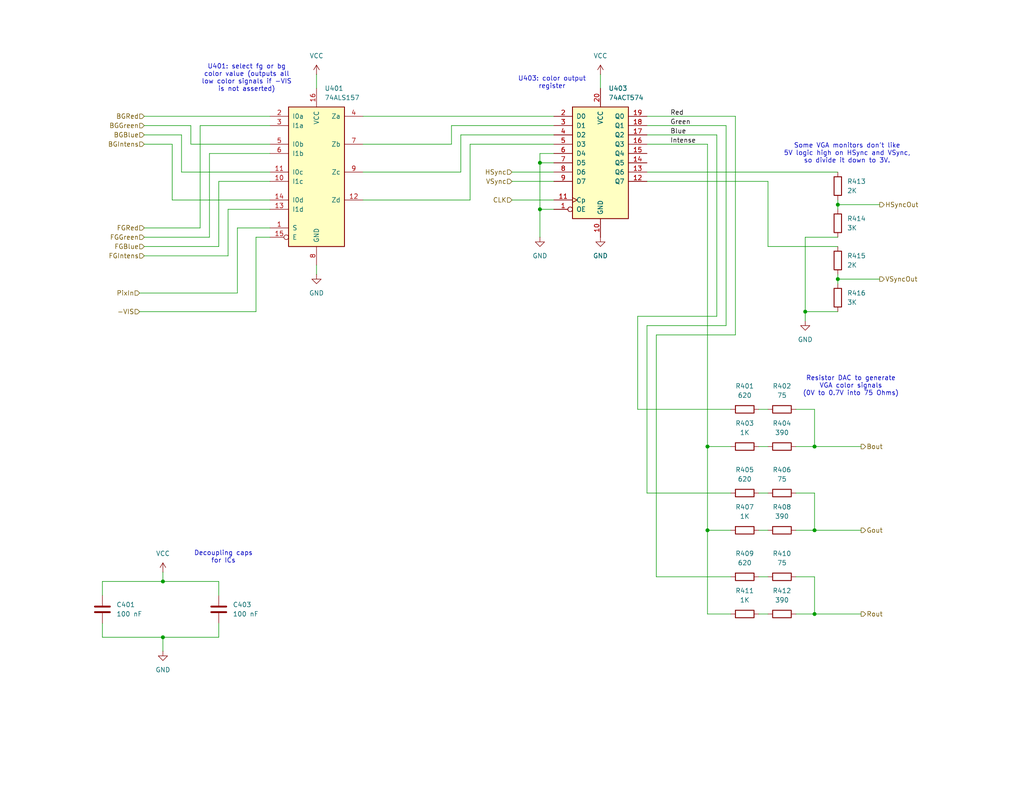
<source format=kicad_sch>
(kicad_sch (version 20231120) (generator "eeschema") (generator_version "8.0")
  (paper "USLetter")
  (title_block (title "Output") (company "daveho hacks"))
  (lib_symbols
    (symbol "74xx:74LS157" (pin_names (offset 1.016))
      (property "Reference" "U" (at -7.62 19.05 0))
      (property "Value" "74LS157" (at -7.62 -21.59 0))
      (symbol "74LS157_1_0"
        (pin input line (at -12.7 -15.24 0) (length 5.08) (name "S") (number "1"))
        (pin input line (at -12.7 -2.54 0) (length 5.08) (name "I1c") (number "10"))
        (pin input line (at -12.7 0 0) (length 5.08) (name "I0c") (number "11"))
        (pin output line (at 12.7 -7.62 180) (length 5.08) (name "Zd") (number "12"))
        (pin input line (at -12.7 -10.16 0) (length 5.08) (name "I1d") (number "13"))
        (pin input line (at -12.7 -7.62 0) (length 5.08) (name "I0d") (number "14"))
        (pin input inverted (at -12.7 -17.78 0) (length 5.08) (name "E") (number "15"))
        (pin power_in line (at 0 22.86 270) (length 5.08) (name "VCC") (number "16"))
        (pin input line (at -12.7 15.24 0) (length 5.08) (name "I0a") (number "2"))
        (pin input line (at -12.7 12.7 0) (length 5.08) (name "I1a") (number "3"))
        (pin output line (at 12.7 15.24 180) (length 5.08) (name "Za") (number "4"))
        (pin input line (at -12.7 7.62 0) (length 5.08) (name "I0b") (number "5"))
        (pin input line (at -12.7 5.08 0) (length 5.08) (name "I1b") (number "6"))
        (pin output line (at 12.7 7.62 180) (length 5.08) (name "Zb") (number "7"))
        (pin power_in line (at 0 -25.4 90) (length 5.08) (name "GND") (number "8"))
        (pin output line (at 12.7 0 180) (length 5.08) (name "Zc") (number "9"))
      )
      (symbol "74LS157_1_1"
        (rectangle (start -7.62 17.78) (end 7.62 -20.32) (stroke (width 0.254)) (fill (type background)))
      )
    )
    (symbol "74xx:74LS574" (pin_names (offset 1.016))
      (property "Reference" "U" (at -7.62 16.51 0))
      (property "Value" "74LS574" (at -7.62 -16.51 0))
      (symbol "74LS574_1_0"
        (pin input inverted (at -12.7 -12.7 0) (length 5.08) (name "OE") (number "1"))
        (pin power_in line (at 0 -20.32 90) (length 5.08) (name "GND") (number "10"))
        (pin input clock (at -12.7 -10.16 0) (length 5.08) (name "Cp") (number "11"))
        (pin tri_state line (at 12.7 -5.08 180) (length 5.08) (name "Q7") (number "12"))
        (pin tri_state line (at 12.7 -2.54 180) (length 5.08) (name "Q6") (number "13"))
        (pin tri_state line (at 12.7 0 180) (length 5.08) (name "Q5") (number "14"))
        (pin tri_state line (at 12.7 2.54 180) (length 5.08) (name "Q4") (number "15"))
        (pin tri_state line (at 12.7 5.08 180) (length 5.08) (name "Q3") (number "16"))
        (pin tri_state line (at 12.7 7.62 180) (length 5.08) (name "Q2") (number "17"))
        (pin tri_state line (at 12.7 10.16 180) (length 5.08) (name "Q1") (number "18"))
        (pin tri_state line (at 12.7 12.7 180) (length 5.08) (name "Q0") (number "19"))
        (pin input line (at -12.7 12.7 0) (length 5.08) (name "D0") (number "2"))
        (pin power_in line (at 0 20.32 270) (length 5.08) (name "VCC") (number "20"))
        (pin input line (at -12.7 10.16 0) (length 5.08) (name "D1") (number "3"))
        (pin input line (at -12.7 7.62 0) (length 5.08) (name "D2") (number "4"))
        (pin input line (at -12.7 5.08 0) (length 5.08) (name "D3") (number "5"))
        (pin input line (at -12.7 2.54 0) (length 5.08) (name "D4") (number "6"))
        (pin input line (at -12.7 0 0) (length 5.08) (name "D5") (number "7"))
        (pin input line (at -12.7 -2.54 0) (length 5.08) (name "D6") (number "8"))
        (pin input line (at -12.7 -5.08 0) (length 5.08) (name "D7") (number "9"))
      )
      (symbol "74LS574_1_1"
        (rectangle (start -7.62 15.24) (end 7.62 -15.24) (stroke (width 0.254)) (fill (type background)))
      )
    )
    (symbol "Device:C" (pin_numbers hide) (pin_names (offset 0.254))
      (property "Reference" "C" (at 0.635 2.54 0))
      (property "Value" "C" (at 0.635 -2.54 0))
      (symbol "C_0_1"
        (polyline (pts (xy -2.032 -0.762) (xy 2.032 -0.762)) (stroke (width 0.508)))
        (polyline (pts (xy -2.032 0.762) (xy 2.032 0.762)) (stroke (width 0.508)))
      )
      (symbol "C_1_1"
        (pin passive line (at 0 3.81 270) (length 2.794) (name "~") (number "1"))
        (pin passive line (at 0 -3.81 90) (length 2.794) (name "~") (number "2"))
      )
    )
    (symbol "Device:R" (pin_numbers hide) (pin_names (offset 0))
      (property "Reference" "R" (at 2.032 0 90))
      (property "Value" "R" (at 0 0 90))
      (symbol "R_0_1"
        (rectangle (start -1.016 -2.54) (end 1.016 2.54) (stroke (width 0.254)))
      )
      (symbol "R_1_1"
        (pin passive line (at 0 3.81 270) (length 1.27) (name "~") (number "1"))
        (pin passive line (at 0 -3.81 90) (length 1.27) (name "~") (number "2"))
      )
    )
    (symbol "power:GND" (power) (pin_numbers hide) (pin_names (offset 0) hide)
      (property "Value" "GND" (at 0 -3.81 0))
      (symbol "GND_0_1"
        (polyline (pts (xy 0 0) (xy 0 -1.27) (xy 1.27 -1.27) (xy 0 -2.54) (xy -1.27 -1.27) (xy 0 -1.27)))
      )
      (symbol "GND_1_1"
        (pin power_in line (at 0 0 270) (length 0) (name "~") (number "1"))
      )
    )
    (symbol "power:VCC" (power) (pin_numbers hide) (pin_names (offset 0) hide)
      (property "Value" "VCC" (at 0 3.556 0))
      (symbol "VCC_0_1"
        (polyline (pts (xy -0.762 1.27) (xy 0 2.54)))
        (polyline (pts (xy 0 0) (xy 0 2.54)))
        (polyline (pts (xy 0 2.54) (xy 0.762 1.27)))
      )
      (symbol "VCC_1_1"
        (pin power_in line (at 0 0 90) (length 0) (name "~") (number "1"))
      )
    )
  )
  (junction (at 222.25 121.92))
  (junction (at 228.6 76.2))
  (junction (at 44.45 173.99))
  (junction (at 193.04 144.78))
  (junction (at 44.45 158.75))
  (junction (at 219.71 85.09))
  (junction (at 222.25 144.78))
  (junction (at 193.04 121.92))
  (junction (at 147.32 44.45))
  (junction (at 222.25 167.64))
  (junction (at 228.6 55.88))
  (junction (at 147.32 57.15))
  (wire (pts (xy 176.53 49.53) (xy 209.55 49.53)))
  (wire (pts (xy 151.13 34.29) (xy 123.19 34.29)))
  (wire (pts (xy 222.25 157.48) (xy 222.25 167.64)))
  (wire (pts (xy 99.06 46.99) (xy 125.73 46.99)))
  (wire (pts (xy 38.1 80.01) (xy 64.77 80.01)))
  (wire (pts (xy 198.12 88.9) (xy 176.53 88.9)))
  (wire (pts (xy 39.37 39.37) (xy 46.99 39.37)))
  (wire (pts (xy 46.99 54.61) (xy 73.66 54.61)))
  (wire (pts (xy 228.6 76.2) (xy 240.03 76.2)))
  (wire (pts (xy 228.6 64.77) (xy 219.71 64.77)))
  (wire (pts (xy 27.94 170.18) (xy 27.94 173.99)))
  (wire (pts (xy 179.07 157.48) (xy 199.39 157.48)))
  (wire (pts (xy 69.85 64.77) (xy 73.66 64.77)))
  (wire (pts (xy 176.53 31.75) (xy 200.66 31.75)))
  (wire (pts (xy 123.19 34.29) (xy 123.19 39.37)))
  (wire (pts (xy 86.36 72.39) (xy 86.36 74.93)))
  (wire (pts (xy 207.01 134.62) (xy 209.55 134.62)))
  (wire (pts (xy 86.36 20.32) (xy 86.36 24.13)))
  (wire (pts (xy 147.32 41.91) (xy 147.32 44.45)))
  (wire (pts (xy 176.53 46.99) (xy 228.6 46.99)))
  (wire (pts (xy 46.99 39.37) (xy 46.99 54.61)))
  (wire (pts (xy 39.37 31.75) (xy 73.66 31.75)))
  (wire (pts (xy 64.77 62.23) (xy 73.66 62.23)))
  (wire (pts (xy 151.13 39.37) (xy 128.27 39.37)))
  (wire (pts (xy 39.37 34.29) (xy 52.07 34.29)))
  (wire (pts (xy 59.69 170.18) (xy 59.69 173.99)))
  (wire (pts (xy 173.99 111.76) (xy 199.39 111.76)))
  (wire (pts (xy 228.6 55.88) (xy 228.6 57.15)))
  (wire (pts (xy 59.69 158.75) (xy 44.45 158.75)))
  (wire (pts (xy 207.01 157.48) (xy 209.55 157.48)))
  (wire (pts (xy 217.17 144.78) (xy 222.25 144.78)))
  (wire (pts (xy 52.07 39.37) (xy 73.66 39.37)))
  (wire (pts (xy 139.7 46.99) (xy 151.13 46.99)))
  (wire (pts (xy 163.83 20.32) (xy 163.83 24.13)))
  (wire (pts (xy 193.04 39.37) (xy 193.04 121.92)))
  (wire (pts (xy 49.53 46.99) (xy 73.66 46.99)))
  (wire (pts (xy 217.17 121.92) (xy 222.25 121.92)))
  (wire (pts (xy 44.45 156.21) (xy 44.45 158.75)))
  (wire (pts (xy 195.58 86.36) (xy 173.99 86.36)))
  (wire (pts (xy 176.53 134.62) (xy 199.39 134.62)))
  (wire (pts (xy 219.71 64.77) (xy 219.71 85.09)))
  (wire (pts (xy 49.53 36.83) (xy 49.53 46.99)))
  (wire (pts (xy 176.53 88.9) (xy 176.53 134.62)))
  (wire (pts (xy 62.23 69.85) (xy 62.23 57.15)))
  (wire (pts (xy 69.85 64.77) (xy 69.85 85.09)))
  (wire (pts (xy 27.94 158.75) (xy 44.45 158.75)))
  (wire (pts (xy 52.07 34.29) (xy 52.07 39.37)))
  (wire (pts (xy 139.7 54.61) (xy 151.13 54.61)))
  (wire (pts (xy 219.71 85.09) (xy 219.71 87.63)))
  (wire (pts (xy 99.06 31.75) (xy 151.13 31.75)))
  (wire (pts (xy 151.13 36.83) (xy 125.73 36.83)))
  (wire (pts (xy 222.25 111.76) (xy 222.25 121.92)))
  (wire (pts (xy 39.37 67.31) (xy 59.69 67.31)))
  (wire (pts (xy 217.17 134.62) (xy 222.25 134.62)))
  (wire (pts (xy 176.53 34.29) (xy 198.12 34.29)))
  (wire (pts (xy 200.66 91.44) (xy 179.07 91.44)))
  (wire (pts (xy 228.6 55.88) (xy 240.03 55.88)))
  (wire (pts (xy 217.17 167.64) (xy 222.25 167.64)))
  (wire (pts (xy 39.37 69.85) (xy 62.23 69.85)))
  (wire (pts (xy 64.77 80.01) (xy 64.77 62.23)))
  (wire (pts (xy 39.37 36.83) (xy 49.53 36.83)))
  (wire (pts (xy 222.25 167.64) (xy 234.95 167.64)))
  (wire (pts (xy 147.32 44.45) (xy 151.13 44.45)))
  (wire (pts (xy 39.37 64.77) (xy 57.15 64.77)))
  (wire (pts (xy 173.99 86.36) (xy 173.99 111.76)))
  (wire (pts (xy 193.04 144.78) (xy 193.04 167.64)))
  (wire (pts (xy 54.61 62.23) (xy 54.61 34.29)))
  (wire (pts (xy 207.01 167.64) (xy 209.55 167.64)))
  (wire (pts (xy 27.94 173.99) (xy 44.45 173.99)))
  (wire (pts (xy 228.6 76.2) (xy 228.6 77.47)))
  (wire (pts (xy 228.6 74.93) (xy 228.6 76.2)))
  (wire (pts (xy 147.32 44.45) (xy 147.32 57.15)))
  (wire (pts (xy 193.04 121.92) (xy 199.39 121.92)))
  (wire (pts (xy 228.6 54.61) (xy 228.6 55.88)))
  (wire (pts (xy 139.7 49.53) (xy 151.13 49.53)))
  (wire (pts (xy 57.15 41.91) (xy 73.66 41.91)))
  (wire (pts (xy 151.13 41.91) (xy 147.32 41.91)))
  (wire (pts (xy 125.73 36.83) (xy 125.73 46.99)))
  (wire (pts (xy 128.27 39.37) (xy 128.27 54.61)))
  (wire (pts (xy 228.6 67.31) (xy 209.55 67.31)))
  (wire (pts (xy 57.15 64.77) (xy 57.15 41.91)))
  (wire (pts (xy 193.04 144.78) (xy 199.39 144.78)))
  (wire (pts (xy 99.06 54.61) (xy 128.27 54.61)))
  (wire (pts (xy 38.1 85.09) (xy 69.85 85.09)))
  (wire (pts (xy 59.69 162.56) (xy 59.69 158.75)))
  (wire (pts (xy 207.01 121.92) (xy 209.55 121.92)))
  (wire (pts (xy 179.07 91.44) (xy 179.07 157.48)))
  (wire (pts (xy 54.61 34.29) (xy 73.66 34.29)))
  (wire (pts (xy 199.39 167.64) (xy 193.04 167.64)))
  (wire (pts (xy 222.25 134.62) (xy 222.25 144.78)))
  (wire (pts (xy 200.66 31.75) (xy 200.66 91.44)))
  (wire (pts (xy 176.53 36.83) (xy 195.58 36.83)))
  (wire (pts (xy 217.17 157.48) (xy 222.25 157.48)))
  (wire (pts (xy 59.69 49.53) (xy 73.66 49.53)))
  (wire (pts (xy 151.13 57.15) (xy 147.32 57.15)))
  (wire (pts (xy 62.23 57.15) (xy 73.66 57.15)))
  (wire (pts (xy 222.25 144.78) (xy 234.95 144.78)))
  (wire (pts (xy 222.25 121.92) (xy 234.95 121.92)))
  (wire (pts (xy 195.58 36.83) (xy 195.58 86.36)))
  (wire (pts (xy 44.45 173.99) (xy 44.45 177.8)))
  (wire (pts (xy 147.32 57.15) (xy 147.32 64.77)))
  (wire (pts (xy 209.55 67.31) (xy 209.55 49.53)))
  (wire (pts (xy 39.37 62.23) (xy 54.61 62.23)))
  (wire (pts (xy 207.01 111.76) (xy 209.55 111.76)))
  (wire (pts (xy 99.06 39.37) (xy 123.19 39.37)))
  (wire (pts (xy 176.53 39.37) (xy 193.04 39.37)))
  (wire (pts (xy 27.94 158.75) (xy 27.94 162.56)))
  (wire (pts (xy 193.04 121.92) (xy 193.04 144.78)))
  (wire (pts (xy 59.69 67.31) (xy 59.69 49.53)))
  (wire (pts (xy 44.45 173.99) (xy 59.69 173.99)))
  (wire (pts (xy 217.17 111.76) (xy 222.25 111.76)))
  (wire (pts (xy 198.12 34.29) (xy 198.12 88.9)))
  (wire (pts (xy 219.71 85.09) (xy 228.6 85.09)))
  (wire (pts (xy 207.01 144.78) (xy 209.55 144.78)))
  (text "U403: color output\nregister" (at 150.622 22.606 0) (effects (font (size 1.27 1.27))))
  (text "Resistor DAC to generate\nVGA color signals\n(0V to 0.7V into 75 Ohms)" (at 232.156 105.41 0) (effects (font (size 1.27 1.27))))
  (text "Decoupling caps\nfor ICs" (at 60.96 152.146 0) (effects (font (size 1.27 1.27))))
  (text "U401: select fg or bg\ncolor value (outputs all\nlow color signals if -VIS\nis not asserted)" (at 67.31 21.336 0) (effects (font (size 1.27 1.27))))
  (text "Some VGA monitors don't like\n5V logic high on HSync and VSync,\nso divide it down to 3V." (at 231.14 41.91 0) (effects (font (size 1.27 1.27))))
  (label "Red" (at 182.88 31.75 0))
  (label "Blue" (at 182.88 36.83 0))
  (label "Intense" (at 182.88 39.37 0))
  (label "Green" (at 182.88 34.29 0))
  (hierarchical_label "-VIS" (shape input) (at 38.1 85.09 180))
  (hierarchical_label "FGRed" (shape input) (at 39.37 62.23 180))
  (hierarchical_label "Gout" (shape output) (at 234.95 144.78 0))
  (hierarchical_label "BGRed" (shape input) (at 39.37 31.75 180))
  (hierarchical_label "BGIntens" (shape input) (at 39.37 39.37 180))
  (hierarchical_label "FGBlue" (shape input) (at 39.37 67.31 180))
  (hierarchical_label "HSync" (shape input) (at 139.7 46.99 180))
  (hierarchical_label "VSyncOut" (shape output) (at 240.03 76.2 0))
  (hierarchical_label "HSyncOut" (shape output) (at 240.03 55.88 0))
  (hierarchical_label "FGIntens" (shape input) (at 39.37 69.85 180))
  (hierarchical_label "Rout" (shape output) (at 234.95 167.64 0))
  (hierarchical_label "PixIn" (shape input) (at 38.1 80.01 180))
  (hierarchical_label "BGGreen" (shape input) (at 39.37 34.29 180))
  (hierarchical_label "FGGreen" (shape input) (at 39.37 64.77 180))
  (hierarchical_label "Bout" (shape output) (at 234.95 121.92 0))
  (hierarchical_label "BGBlue" (shape input) (at 39.37 36.83 180))
  (hierarchical_label "CLK" (shape input) (at 139.7 54.61 180))
  (hierarchical_label "VSync" (shape input) (at 139.7 49.53 180))
  (symbol (lib_id "Device:R") (at 203.2 134.62 270) (unit 1)
    (property "Reference" "R405" (at 203.2 128.27 90))
    (property "Value" "620" (at 203.2 130.81 90))
    (property "Description" "Resistor" (effects (hide yes)))
  )
  (symbol (lib_id "Device:R") (at 203.2 144.78 90) (unit 1)
    (property "Reference" "R407" (at 203.2 138.43 90))
    (property "Value" "1K" (at 203.2 140.97 90))
    (property "Description" "Resistor" (effects (hide yes)))
  )
  (symbol (lib_id "power:GND") (at 44.45 177.8 0) (unit 1)
    (property "Reference" "#PWR046" (effects (hide yes)))
    (property "Value" "GND" (at 44.45 182.88 0))
    (property "Description" "Power symbol creates a global label with name \"GND\" , ground" (effects (hide yes)))
  )
  (symbol (lib_id "Device:R") (at 203.2 121.92 90) (unit 1)
    (property "Reference" "R403" (at 203.2 115.57 90))
    (property "Value" "1K" (at 203.2 118.11 90))
    (property "Description" "Resistor" (effects (hide yes)))
  )
  (symbol (lib_id "Device:R") (at 213.36 144.78 90) (unit 1)
    (property "Reference" "R408" (at 213.36 138.43 90))
    (property "Value" "390" (at 213.36 140.97 90))
    (property "Description" "Resistor" (effects (hide yes)))
  )
  (symbol (lib_id "Device:R") (at 203.2 111.76 270) (unit 1)
    (property "Reference" "R401" (at 203.2 105.41 90))
    (property "Value" "620" (at 203.2 107.95 90))
    (property "Description" "Resistor" (effects (hide yes)))
  )
  (symbol (lib_id "power:VCC") (at 163.83 20.32 0) (unit 1)
    (property "Reference" "#PWR090" (effects (hide yes)))
    (property "Value" "VCC" (at 163.83 15.24 0))
    (property "Description" "Power symbol creates a global label with name \"VCC\"" (effects (hide yes)))
  )
  (symbol (lib_id "Device:R") (at 213.36 157.48 270) (unit 1)
    (property "Reference" "R410" (at 213.36 151.13 90))
    (property "Value" "75" (at 213.36 153.67 90))
    (property "Description" "Resistor" (effects (hide yes)))
  )
  (symbol (lib_id "Device:R") (at 213.36 111.76 270) (unit 1)
    (property "Reference" "R402" (at 213.36 105.41 90))
    (property "Value" "75" (at 213.36 107.95 90))
    (property "Description" "Resistor" (effects (hide yes)))
  )
  (symbol (lib_id "Device:R") (at 213.36 134.62 270) (unit 1)
    (property "Reference" "R406" (at 213.36 128.27 90))
    (property "Value" "75" (at 213.36 130.81 90))
    (property "Description" "Resistor" (effects (hide yes)))
  )
  (symbol (lib_id "74xx:74LS574") (at 163.83 44.45 0) (unit 1)
    (property "Reference" "U403" (at 166.0241 24.13 0) (effects (justify left)))
    (property "Value" "74ACT574" (at 166.0241 26.67 0) (effects (justify left)))
    (property "Datasheet" "http://www.ti.com/lit/gpn/sn74LS574" (effects (hide yes)))
    (property "Description" "8-bit Register, 3-state outputs" (effects (hide yes)))
  )
  (symbol (lib_id "Device:C") (at 27.94 166.37 0) (unit 1)
    (property "Reference" "C401" (at 31.75 165.0999 0) (effects (justify left)))
    (property "Value" "100 nF" (at 31.75 167.6399 0) (effects (justify left)))
    (property "Description" "Unpolarized capacitor" (effects (hide yes)))
  )
  (symbol (lib_id "Device:R") (at 228.6 50.8 0) (unit 1)
    (property "Reference" "R413" (at 231.14 49.5299 0) (effects (justify left)))
    (property "Value" "2K" (at 231.14 52.0699 0) (effects (justify left)))
    (property "Description" "Resistor" (effects (hide yes)))
  )
  (symbol (lib_id "74xx:74LS157") (at 86.36 46.99 0) (unit 1)
    (property "Reference" "U401" (at 88.5541 24.13 0) (effects (justify left)))
    (property "Value" "74ALS157" (at 88.5541 26.67 0) (effects (justify left)))
    (property "Datasheet" "http://www.ti.com/lit/gpn/sn74LS157" (effects (hide yes)))
    (property "Description" "Quad 2 to 1 line Multiplexer" (effects (hide yes)))
  )
  (symbol (lib_id "power:GND") (at 219.71 87.63 0) (unit 1)
    (property "Reference" "#PWR042" (effects (hide yes)))
    (property "Value" "GND" (at 219.71 92.71 0))
    (property "Description" "Power symbol creates a global label with name \"GND\" , ground" (effects (hide yes)))
  )
  (symbol (lib_id "power:GND") (at 147.32 64.77 0) (unit 1)
    (property "Reference" "#PWR089" (effects (hide yes)))
    (property "Value" "GND" (at 147.32 69.85 0))
    (property "Description" "Power symbol creates a global label with name \"GND\" , ground" (effects (hide yes)))
  )
  (symbol (lib_id "power:GND") (at 86.36 74.93 0) (unit 1)
    (property "Reference" "#PWR041" (effects (hide yes)))
    (property "Value" "GND" (at 86.36 80.01 0))
    (property "Description" "Power symbol creates a global label with name \"GND\" , ground" (effects (hide yes)))
  )
  (symbol (lib_id "Device:R") (at 228.6 71.12 0) (unit 1)
    (property "Reference" "R415" (at 231.14 69.8499 0) (effects (justify left)))
    (property "Value" "2K" (at 231.14 72.3899 0) (effects (justify left)))
    (property "Description" "Resistor" (effects (hide yes)))
  )
  (symbol (lib_id "Device:R") (at 228.6 81.28 0) (unit 1)
    (property "Reference" "R416" (at 231.14 80.0099 0) (effects (justify left)))
    (property "Value" "3K" (at 231.14 82.5499 0) (effects (justify left)))
    (property "Description" "Resistor" (effects (hide yes)))
  )
  (symbol (lib_id "Device:R") (at 228.6 60.96 0) (unit 1)
    (property "Reference" "R414" (at 231.14 59.6899 0) (effects (justify left)))
    (property "Value" "3K" (at 231.14 62.2299 0) (effects (justify left)))
    (property "Description" "Resistor" (effects (hide yes)))
  )
  (symbol (lib_id "Device:C") (at 59.69 166.37 0) (unit 1)
    (property "Reference" "C403" (at 63.5 165.0999 0) (effects (justify left)))
    (property "Value" "100 nF" (at 63.5 167.6399 0) (effects (justify left)))
    (property "Description" "Unpolarized capacitor" (effects (hide yes)))
  )
  (symbol (lib_id "Device:R") (at 203.2 167.64 90) (unit 1)
    (property "Reference" "R411" (at 203.2 161.29 90))
    (property "Value" "1K" (at 203.2 163.83 90))
    (property "Description" "Resistor" (effects (hide yes)))
  )
  (symbol (lib_id "power:GND") (at 163.83 64.77 0) (unit 1)
    (property "Reference" "#PWR088" (effects (hide yes)))
    (property "Value" "GND" (at 163.83 69.85 0))
    (property "Description" "Power symbol creates a global label with name \"GND\" , ground" (effects (hide yes)))
  )
  (symbol (lib_id "power:VCC") (at 44.45 156.21 0) (unit 1)
    (property "Reference" "#PWR045" (effects (hide yes)))
    (property "Value" "VCC" (at 44.45 151.13 0))
    (property "Description" "Power symbol creates a global label with name \"VCC\"" (effects (hide yes)))
  )
  (symbol (lib_id "power:VCC") (at 86.36 20.32 0) (unit 1)
    (property "Reference" "#PWR040" (effects (hide yes)))
    (property "Value" "VCC" (at 86.36 15.24 0))
    (property "Description" "Power symbol creates a global label with name \"VCC\"" (effects (hide yes)))
  )
  (symbol (lib_id "Device:R") (at 203.2 157.48 270) (unit 1)
    (property "Reference" "R409" (at 203.2 151.13 90))
    (property "Value" "620" (at 203.2 153.67 90))
    (property "Description" "Resistor" (effects (hide yes)))
  )
  (symbol (lib_id "Device:R") (at 213.36 121.92 90) (unit 1)
    (property "Reference" "R404" (at 213.36 115.57 90))
    (property "Value" "390" (at 213.36 118.11 90))
    (property "Description" "Resistor" (effects (hide yes)))
  )
  (symbol (lib_id "Device:R") (at 213.36 167.64 90) (unit 1)
    (property "Reference" "R412" (at 213.36 161.29 90))
    (property "Value" "390" (at 213.36 163.83 90))
    (property "Description" "Resistor" (effects (hide yes)))
  )
)
</source>
